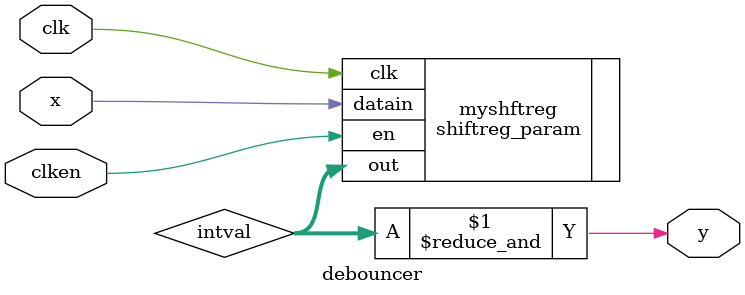
<source format=v>
`timescale 1ns / 1ps
module debouncer(
    output y,
    input x,
    input clk,
	 input clken
    );
	 
	 wire [18:0] intval;
	
	 shiftreg_param #(.WIDTH(19)) myshftreg(.out(intval), .datain(x), .clk(clk), .en(clken));
	 
	 assign y = &intval;

endmodule

</source>
